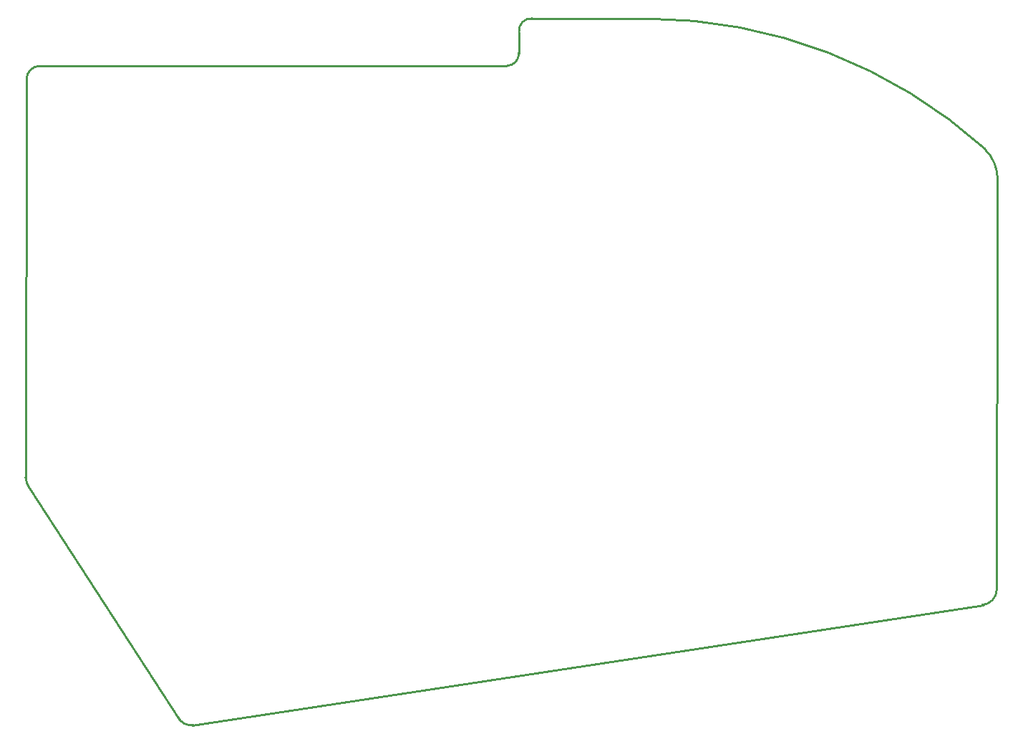
<source format=gko>
G04 Layer: BoardOutline*
G04 EasyEDA v6.4.7, 2020-12-07T21:14:05+01:00*
G04 b914d488d3f24411b8e9a5840e5f031f,4d97e48eab474e129cc19cc013e78dee,10*
G04 Gerber Generator version 0.2*
G04 Scale: 100 percent, Rotated: No, Reflected: No *
G04 Dimensions in millimeters *
G04 leading zeros omitted , absolute positions ,3 integer and 3 decimal *
%FSLAX33Y33*%
%MOMM*%
G90*
D02*

%ADD10C,0.254000*%
G54D10*
G01X518Y27940D02*
G01X18171Y762D01*
G01X56905Y77956D02*
G01X1661Y77978D01*
G01X137Y76454D02*
G01X0Y29260D01*
G01X19695Y0D02*
G01X113295Y14209D01*
G01X114945Y64389D02*
G01X114945Y59690D01*
G01X114874Y16004D01*
G01X59827Y83566D02*
G01X73670Y83566D01*
G01X58378Y81915D02*
G01X58374Y79372D01*
G75*
G01X10Y29337D02*
G03X475Y28003I2986J293D01*
G01*
G75*
G01X1656Y77940D02*
G03X142Y76492I33J-1550D01*
G01*
G75*
G01X114980Y64390D02*
G03X113384Y68198I-4998J143D01*
G01*
G75*
G01X113487Y68145D02*
G03X73565Y83539I-40129J-44606D01*
G01*
G75*
G01X59954Y83566D02*
G03X58369Y81923I-130J-1460D01*
G01*
G75*
G01X113167Y14224D02*
G03X114875Y16004I-140J1844D01*
G01*
G75*
G01X56906Y77957D02*
G03X58366Y79479I-5J1466D01*
G01*
G75*
G01X18047Y1012D02*
G03X19819Y30I1487J592D01*
G01*

%LPD*%
M00*
M02*

</source>
